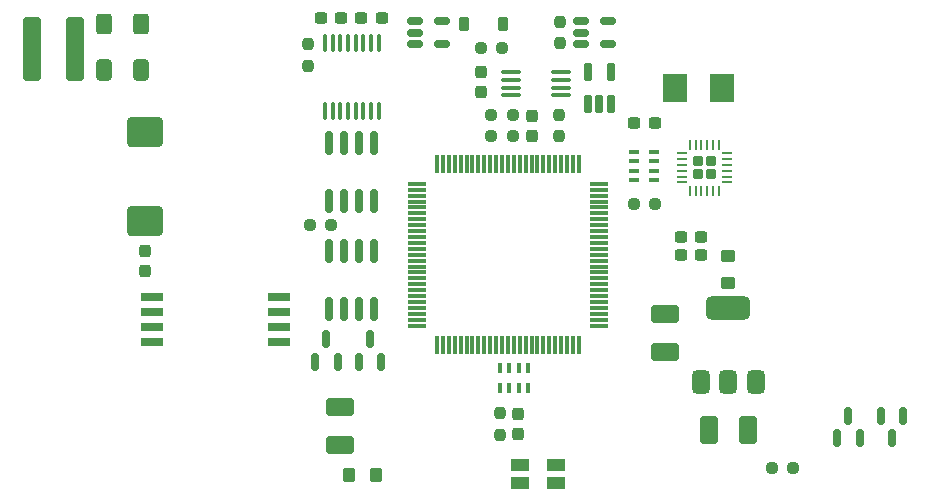
<source format=gbr>
G04 #@! TF.GenerationSoftware,KiCad,Pcbnew,8.0.1*
G04 #@! TF.CreationDate,2024-04-28T13:44:54+02:00*
G04 #@! TF.ProjectId,ETH1ISO224,45544831-4953-44f3-9232-342e6b696361,rev?*
G04 #@! TF.SameCoordinates,Original*
G04 #@! TF.FileFunction,Paste,Top*
G04 #@! TF.FilePolarity,Positive*
%FSLAX46Y46*%
G04 Gerber Fmt 4.6, Leading zero omitted, Abs format (unit mm)*
G04 Created by KiCad (PCBNEW 8.0.1) date 2024-04-28 13:44:54*
%MOMM*%
%LPD*%
G01*
G04 APERTURE LIST*
G04 Aperture macros list*
%AMRoundRect*
0 Rectangle with rounded corners*
0 $1 Rounding radius*
0 $2 $3 $4 $5 $6 $7 $8 $9 X,Y pos of 4 corners*
0 Add a 4 corners polygon primitive as box body*
4,1,4,$2,$3,$4,$5,$6,$7,$8,$9,$2,$3,0*
0 Add four circle primitives for the rounded corners*
1,1,$1+$1,$2,$3*
1,1,$1+$1,$4,$5*
1,1,$1+$1,$6,$7*
1,1,$1+$1,$8,$9*
0 Add four rect primitives between the rounded corners*
20,1,$1+$1,$2,$3,$4,$5,0*
20,1,$1+$1,$4,$5,$6,$7,0*
20,1,$1+$1,$6,$7,$8,$9,0*
20,1,$1+$1,$8,$9,$2,$3,0*%
%AMFreePoly0*
4,1,25,0.266375,0.443630,0.297109,0.420047,0.420047,0.297109,0.458455,0.230584,0.463512,0.192176,0.463512,-0.192176,0.443630,-0.266375,0.420047,-0.297109,0.297109,-0.420047,0.230584,-0.458455,0.192176,-0.463512,-0.192176,-0.463512,-0.266375,-0.443630,-0.297109,-0.420047,-0.420047,-0.297109,-0.458455,-0.230584,-0.463512,-0.192176,-0.463512,0.192176,-0.443630,0.266375,-0.420047,0.297109,
-0.297109,0.420047,-0.230584,0.458455,-0.192176,0.463512,0.192176,0.463512,0.266375,0.443630,0.266375,0.443630,$1*%
G04 Aperture macros list end*
%ADD10RoundRect,0.150000X-0.512500X-0.150000X0.512500X-0.150000X0.512500X0.150000X-0.512500X0.150000X0*%
%ADD11RoundRect,0.237500X0.237500X-0.250000X0.237500X0.250000X-0.237500X0.250000X-0.237500X-0.250000X0*%
%ADD12R,0.400000X0.900000*%
%ADD13R,0.900000X0.400000*%
%ADD14RoundRect,0.250000X-0.400000X-0.625000X0.400000X-0.625000X0.400000X0.625000X-0.400000X0.625000X0*%
%ADD15R,2.000000X2.400000*%
%ADD16RoundRect,0.250001X0.924999X-0.499999X0.924999X0.499999X-0.924999X0.499999X-0.924999X-0.499999X0*%
%ADD17RoundRect,0.250000X0.275000X0.350000X-0.275000X0.350000X-0.275000X-0.350000X0.275000X-0.350000X0*%
%ADD18RoundRect,0.150000X0.150000X-0.587500X0.150000X0.587500X-0.150000X0.587500X-0.150000X-0.587500X0*%
%ADD19RoundRect,0.162500X0.162500X-0.617500X0.162500X0.617500X-0.162500X0.617500X-0.162500X-0.617500X0*%
%ADD20R,1.500000X1.100000*%
%ADD21RoundRect,0.237500X-0.300000X-0.237500X0.300000X-0.237500X0.300000X0.237500X-0.300000X0.237500X0*%
%ADD22RoundRect,0.150000X0.150000X-0.825000X0.150000X0.825000X-0.150000X0.825000X-0.150000X-0.825000X0*%
%ADD23RoundRect,0.237500X-0.237500X0.300000X-0.237500X-0.300000X0.237500X-0.300000X0.237500X0.300000X0*%
%ADD24RoundRect,0.250000X-0.350000X0.275000X-0.350000X-0.275000X0.350000X-0.275000X0.350000X0.275000X0*%
%ADD25RoundRect,0.075000X-0.075000X0.725000X-0.075000X-0.725000X0.075000X-0.725000X0.075000X0.725000X0*%
%ADD26RoundRect,0.075000X-0.725000X0.075000X-0.725000X-0.075000X0.725000X-0.075000X0.725000X0.075000X0*%
%ADD27RoundRect,0.237500X0.300000X0.237500X-0.300000X0.237500X-0.300000X-0.237500X0.300000X-0.237500X0*%
%ADD28RoundRect,0.237500X0.250000X0.237500X-0.250000X0.237500X-0.250000X-0.237500X0.250000X-0.237500X0*%
%ADD29RoundRect,0.250000X-0.412500X-0.650000X0.412500X-0.650000X0.412500X0.650000X-0.412500X0.650000X0*%
%ADD30RoundRect,0.237500X-0.237500X0.250000X-0.237500X-0.250000X0.237500X-0.250000X0.237500X0.250000X0*%
%ADD31R,1.905000X0.640000*%
%ADD32RoundRect,0.150000X-0.150000X0.587500X-0.150000X-0.587500X0.150000X-0.587500X0.150000X0.587500X0*%
%ADD33RoundRect,0.237500X-0.250000X-0.237500X0.250000X-0.237500X0.250000X0.237500X-0.250000X0.237500X0*%
%ADD34RoundRect,0.237500X0.237500X-0.300000X0.237500X0.300000X-0.237500X0.300000X-0.237500X-0.300000X0*%
%ADD35RoundRect,0.250001X0.499999X0.924999X-0.499999X0.924999X-0.499999X-0.924999X0.499999X-0.924999X0*%
%ADD36RoundRect,0.375000X0.375000X-0.625000X0.375000X0.625000X-0.375000X0.625000X-0.375000X-0.625000X0*%
%ADD37RoundRect,0.500000X1.400000X-0.500000X1.400000X0.500000X-1.400000X0.500000X-1.400000X-0.500000X0*%
%ADD38RoundRect,0.225000X-0.225000X-0.375000X0.225000X-0.375000X0.225000X0.375000X-0.225000X0.375000X0*%
%ADD39RoundRect,0.250001X-0.924999X0.499999X-0.924999X-0.499999X0.924999X-0.499999X0.924999X0.499999X0*%
%ADD40FreePoly0,270.000000*%
%ADD41RoundRect,0.062500X-0.062500X0.375000X-0.062500X-0.375000X0.062500X-0.375000X0.062500X0.375000X0*%
%ADD42RoundRect,0.062500X-0.375000X0.062500X-0.375000X-0.062500X0.375000X-0.062500X0.375000X0.062500X0*%
%ADD43RoundRect,0.400000X0.400000X2.350000X-0.400000X2.350000X-0.400000X-2.350000X0.400000X-2.350000X0*%
%ADD44RoundRect,0.100000X-0.712500X-0.100000X0.712500X-0.100000X0.712500X0.100000X-0.712500X0.100000X0*%
%ADD45RoundRect,0.250000X-1.250000X1.000000X-1.250000X-1.000000X1.250000X-1.000000X1.250000X1.000000X0*%
%ADD46RoundRect,0.100000X0.100000X-0.637500X0.100000X0.637500X-0.100000X0.637500X-0.100000X-0.637500X0*%
G04 APERTURE END LIST*
D10*
G04 #@! TO.C,U208*
X159771500Y-68646000D03*
X159771500Y-69596000D03*
X159771500Y-70546000D03*
X162046500Y-70546000D03*
X162046500Y-68646000D03*
G04 #@! TD*
D11*
G04 #@! TO.C,R214*
X157988000Y-70508500D03*
X157988000Y-68683500D03*
G04 #@! TD*
D12*
G04 #@! TO.C,RN401*
X155251000Y-97956000D03*
X154451000Y-97956000D03*
X153651000Y-97956000D03*
X152851000Y-97956000D03*
X152851000Y-99656000D03*
X153651000Y-99656000D03*
X154451000Y-99656000D03*
X155251000Y-99656000D03*
G04 #@! TD*
D13*
G04 #@! TO.C,RN501*
X164250000Y-79699000D03*
X164250000Y-80499000D03*
X164250000Y-81299000D03*
X164250000Y-82099000D03*
X165950000Y-82099000D03*
X165950000Y-81299000D03*
X165950000Y-80499000D03*
X165950000Y-79699000D03*
G04 #@! TD*
D14*
G04 #@! TO.C,R204*
X119354000Y-68834000D03*
X122454000Y-68834000D03*
G04 #@! TD*
D15*
G04 #@! TO.C,Y501*
X171672000Y-74295000D03*
X167672000Y-74295000D03*
G04 #@! TD*
D16*
G04 #@! TO.C,C219*
X139319000Y-104495000D03*
X139319000Y-101245000D03*
G04 #@! TD*
D17*
G04 #@! TO.C,FB201*
X140074000Y-107061000D03*
X142374000Y-107061000D03*
G04 #@! TD*
D18*
G04 #@! TO.C,Q302*
X181422000Y-103934500D03*
X183322000Y-103934500D03*
X182372000Y-102059500D03*
G04 #@! TD*
D19*
G04 #@! TO.C,U402*
X160340000Y-75645000D03*
X161290000Y-75645000D03*
X162240000Y-75645000D03*
X162240000Y-72945000D03*
X160340000Y-72945000D03*
G04 #@! TD*
D20*
G04 #@! TO.C,D401*
X157583000Y-107684000D03*
X154583000Y-107684000D03*
X154583000Y-106184000D03*
X157583000Y-106184000D03*
G04 #@! TD*
D21*
G04 #@! TO.C,C216*
X141123500Y-68326000D03*
X142848500Y-68326000D03*
G04 #@! TD*
D11*
G04 #@! TO.C,R405*
X152908000Y-103655500D03*
X152908000Y-101830500D03*
G04 #@! TD*
D22*
G04 #@! TO.C,U203*
X138430000Y-83882000D03*
X139700000Y-83882000D03*
X140970000Y-83882000D03*
X142240000Y-83882000D03*
X142240000Y-78932000D03*
X140970000Y-78932000D03*
X139700000Y-78932000D03*
X138430000Y-78932000D03*
G04 #@! TD*
D23*
G04 #@! TO.C,C415*
X154432000Y-101880500D03*
X154432000Y-103605500D03*
G04 #@! TD*
D24*
G04 #@! TO.C,FB501*
X172212000Y-88512000D03*
X172212000Y-90812000D03*
G04 #@! TD*
D23*
G04 #@! TO.C,C205*
X122809000Y-88037500D03*
X122809000Y-89762500D03*
G04 #@! TD*
D10*
G04 #@! TO.C,U207*
X147949500Y-68646000D03*
X147949500Y-70546000D03*
X145674500Y-70546000D03*
X145674500Y-69596000D03*
X145674500Y-68646000D03*
G04 #@! TD*
D25*
G04 #@! TO.C,U403*
X159543000Y-80717000D03*
X159043000Y-80717000D03*
X158543000Y-80717000D03*
X158043000Y-80717000D03*
X157543000Y-80717000D03*
X157043000Y-80717000D03*
X156543000Y-80717000D03*
X156043000Y-80717000D03*
X155543000Y-80717000D03*
X155043000Y-80717000D03*
X154543000Y-80717000D03*
X154043000Y-80717000D03*
X153543000Y-80717000D03*
X153043000Y-80717000D03*
X152543000Y-80717000D03*
X152043000Y-80717000D03*
X151543000Y-80717000D03*
X151043000Y-80717000D03*
X150543000Y-80717000D03*
X150043000Y-80717000D03*
X149543000Y-80717000D03*
X149043000Y-80717000D03*
X148543000Y-80717000D03*
X148043000Y-80717000D03*
X147543000Y-80717000D03*
D26*
X145868000Y-82392000D03*
X145868000Y-82892000D03*
X145868000Y-83392000D03*
X145868000Y-83892000D03*
X145868000Y-84392000D03*
X145868000Y-84892000D03*
X145868000Y-85392000D03*
X145868000Y-85892000D03*
X145868000Y-86392000D03*
X145868000Y-86892000D03*
X145868000Y-87392000D03*
X145868000Y-87892000D03*
X145868000Y-88392000D03*
X145868000Y-88892000D03*
X145868000Y-89392000D03*
X145868000Y-89892000D03*
X145868000Y-90392000D03*
X145868000Y-90892000D03*
X145868000Y-91392000D03*
X145868000Y-91892000D03*
X145868000Y-92392000D03*
X145868000Y-92892000D03*
X145868000Y-93392000D03*
X145868000Y-93892000D03*
X145868000Y-94392000D03*
D25*
X147543000Y-96067000D03*
X148043000Y-96067000D03*
X148543000Y-96067000D03*
X149043000Y-96067000D03*
X149543000Y-96067000D03*
X150043000Y-96067000D03*
X150543000Y-96067000D03*
X151043000Y-96067000D03*
X151543000Y-96067000D03*
X152043000Y-96067000D03*
X152543000Y-96067000D03*
X153043000Y-96067000D03*
X153543000Y-96067000D03*
X154043000Y-96067000D03*
X154543000Y-96067000D03*
X155043000Y-96067000D03*
X155543000Y-96067000D03*
X156043000Y-96067000D03*
X156543000Y-96067000D03*
X157043000Y-96067000D03*
X157543000Y-96067000D03*
X158043000Y-96067000D03*
X158543000Y-96067000D03*
X159043000Y-96067000D03*
X159543000Y-96067000D03*
D26*
X161218000Y-94392000D03*
X161218000Y-93892000D03*
X161218000Y-93392000D03*
X161218000Y-92892000D03*
X161218000Y-92392000D03*
X161218000Y-91892000D03*
X161218000Y-91392000D03*
X161218000Y-90892000D03*
X161218000Y-90392000D03*
X161218000Y-89892000D03*
X161218000Y-89392000D03*
X161218000Y-88892000D03*
X161218000Y-88392000D03*
X161218000Y-87892000D03*
X161218000Y-87392000D03*
X161218000Y-86892000D03*
X161218000Y-86392000D03*
X161218000Y-85892000D03*
X161218000Y-85392000D03*
X161218000Y-84892000D03*
X161218000Y-84392000D03*
X161218000Y-83892000D03*
X161218000Y-83392000D03*
X161218000Y-82892000D03*
X161218000Y-82392000D03*
G04 #@! TD*
D27*
G04 #@! TO.C,C503*
X165962500Y-77216000D03*
X164237500Y-77216000D03*
G04 #@! TD*
D28*
G04 #@! TO.C,R403*
X153947500Y-76581000D03*
X152122500Y-76581000D03*
G04 #@! TD*
D29*
G04 #@! TO.C,C201*
X119341500Y-72771000D03*
X122466500Y-72771000D03*
G04 #@! TD*
D30*
G04 #@! TO.C,R220*
X136652000Y-70588500D03*
X136652000Y-72413500D03*
G04 #@! TD*
D23*
G04 #@! TO.C,C413*
X155575000Y-76607500D03*
X155575000Y-78332500D03*
G04 #@! TD*
D31*
G04 #@! TO.C,U201*
X123430500Y-91948000D03*
X123430500Y-93218000D03*
X123430500Y-94488000D03*
X123430500Y-95758000D03*
X134125500Y-95758000D03*
X134125500Y-94488000D03*
X134125500Y-93218000D03*
X134125500Y-91948000D03*
G04 #@! TD*
D32*
G04 #@! TO.C,Q301*
X187005000Y-102059500D03*
X185105000Y-102059500D03*
X186055000Y-103934500D03*
G04 #@! TD*
D18*
G04 #@! TO.C,RN202*
X140909000Y-97434000D03*
X142809000Y-97434000D03*
X141859000Y-95559000D03*
G04 #@! TD*
D33*
G04 #@! TO.C,R219*
X151233500Y-70866000D03*
X153058500Y-70866000D03*
G04 #@! TD*
D27*
G04 #@! TO.C,C213*
X139419500Y-68326000D03*
X137694500Y-68326000D03*
G04 #@! TD*
D28*
G04 #@! TO.C,R215*
X138580500Y-85852000D03*
X136755500Y-85852000D03*
G04 #@! TD*
D34*
G04 #@! TO.C,C407*
X151257000Y-74649500D03*
X151257000Y-72924500D03*
G04 #@! TD*
D35*
G04 #@! TO.C,C303*
X173837000Y-103251000D03*
X170587000Y-103251000D03*
G04 #@! TD*
D36*
G04 #@! TO.C,U302*
X169912000Y-99162000D03*
X172212000Y-99162000D03*
D37*
X172212000Y-92862000D03*
D36*
X174512000Y-99162000D03*
G04 #@! TD*
D38*
G04 #@! TO.C,D201*
X149861000Y-68834000D03*
X153161000Y-68834000D03*
G04 #@! TD*
D39*
G04 #@! TO.C,C305*
X166878000Y-93371000D03*
X166878000Y-96621000D03*
G04 #@! TD*
D28*
G04 #@! TO.C,R301*
X177696500Y-106426000D03*
X175871500Y-106426000D03*
G04 #@! TD*
D40*
G04 #@! TO.C,U501*
X170750000Y-80456000D03*
X169610000Y-80456000D03*
X170750000Y-81596000D03*
X169610000Y-81596000D03*
D41*
X171430000Y-79088500D03*
X170930000Y-79088500D03*
X170430000Y-79088500D03*
X169930000Y-79088500D03*
X169430000Y-79088500D03*
X168930000Y-79088500D03*
D42*
X168242500Y-79776000D03*
X168242500Y-80276000D03*
X168242500Y-80776000D03*
X168242500Y-81276000D03*
X168242500Y-81776000D03*
X168242500Y-82276000D03*
D41*
X168930000Y-82963500D03*
X169430000Y-82963500D03*
X169930000Y-82963500D03*
X170430000Y-82963500D03*
X170930000Y-82963500D03*
X171430000Y-82963500D03*
D42*
X172117500Y-82276000D03*
X172117500Y-81776000D03*
X172117500Y-81276000D03*
X172117500Y-80776000D03*
X172117500Y-80276000D03*
X172117500Y-79776000D03*
G04 #@! TD*
D28*
G04 #@! TO.C,R404*
X153947500Y-78359000D03*
X152122500Y-78359000D03*
G04 #@! TD*
D43*
G04 #@! TO.C,E201*
X116912000Y-70993000D03*
X113212000Y-70993000D03*
G04 #@! TD*
D44*
G04 #@! TO.C,U401*
X153843500Y-72939000D03*
X153843500Y-73589000D03*
X153843500Y-74239000D03*
X153843500Y-74889000D03*
X158068500Y-74889000D03*
X158068500Y-74239000D03*
X158068500Y-73589000D03*
X158068500Y-72939000D03*
G04 #@! TD*
D30*
G04 #@! TO.C,R401*
X157861000Y-76557500D03*
X157861000Y-78382500D03*
G04 #@! TD*
D45*
G04 #@! TO.C,RV201*
X122809000Y-78038000D03*
X122809000Y-85538000D03*
G04 #@! TD*
D22*
G04 #@! TO.C,U205*
X138430000Y-93026000D03*
X139700000Y-93026000D03*
X140970000Y-93026000D03*
X142240000Y-93026000D03*
X142240000Y-88076000D03*
X140970000Y-88076000D03*
X139700000Y-88076000D03*
X138430000Y-88076000D03*
G04 #@! TD*
D18*
G04 #@! TO.C,RN203*
X137226000Y-97434000D03*
X139126000Y-97434000D03*
X138176000Y-95559000D03*
G04 #@! TD*
D27*
G04 #@! TO.C,C508*
X169899500Y-88392000D03*
X168174500Y-88392000D03*
G04 #@! TD*
D33*
G04 #@! TO.C,R501*
X164187500Y-84074000D03*
X166012500Y-84074000D03*
G04 #@! TD*
D27*
G04 #@! TO.C,C507*
X169899500Y-86868000D03*
X168174500Y-86868000D03*
G04 #@! TD*
D46*
G04 #@! TO.C,U204*
X138060000Y-76208000D03*
X138710000Y-76208000D03*
X139360000Y-76208000D03*
X140010000Y-76208000D03*
X140660000Y-76208000D03*
X141310000Y-76208000D03*
X141960000Y-76208000D03*
X142610000Y-76208000D03*
X142610000Y-70483000D03*
X141960000Y-70483000D03*
X141310000Y-70483000D03*
X140660000Y-70483000D03*
X140010000Y-70483000D03*
X139360000Y-70483000D03*
X138710000Y-70483000D03*
X138060000Y-70483000D03*
G04 #@! TD*
M02*

</source>
